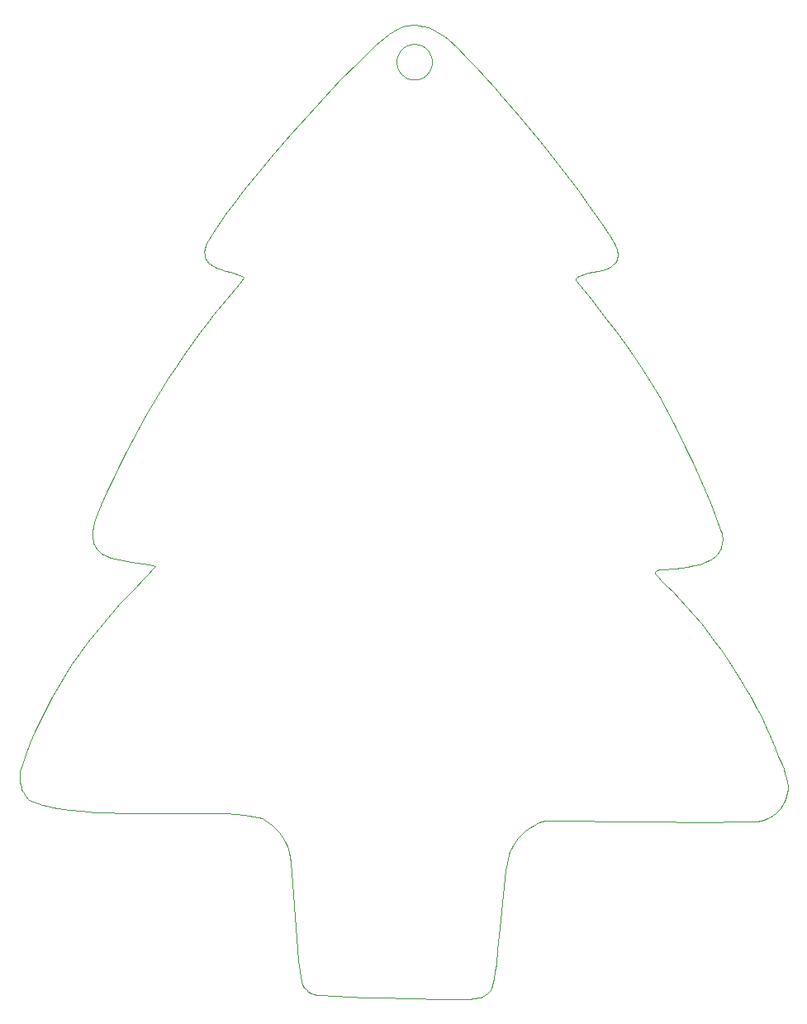
<source format=gbr>
%TF.GenerationSoftware,KiCad,Pcbnew,9.0.6*%
%TF.CreationDate,2025-11-21T14:44:11+01:00*%
%TF.ProjectId,BL_Santa,424c5f53-616e-4746-912e-6b696361645f,rev?*%
%TF.SameCoordinates,Original*%
%TF.FileFunction,Profile,NP*%
%FSLAX46Y46*%
G04 Gerber Fmt 4.6, Leading zero omitted, Abs format (unit mm)*
G04 Created by KiCad (PCBNEW 9.0.6) date 2025-11-21 14:44:11*
%MOMM*%
%LPD*%
G01*
G04 APERTURE LIST*
%TA.AperFunction,Profile*%
%ADD10C,0.100000*%
%TD*%
G04 APERTURE END LIST*
D10*
X175467913Y-99927777D02*
X175575333Y-99737277D01*
X175344882Y-100108751D02*
X175467913Y-99927777D01*
X175575333Y-99737277D02*
X175665292Y-99538310D01*
X175665292Y-99538310D02*
X175737523Y-99331936D01*
X174112454Y-100966000D02*
X174409051Y-100837942D01*
X169689949Y-101717945D02*
X170959154Y-101636718D01*
X175205446Y-100277291D02*
X175344882Y-100108751D01*
X175051459Y-100432336D02*
X175205446Y-100277291D01*
X168993302Y-101911091D02*
X169076117Y-101840447D01*
X168953085Y-102005282D02*
X168993302Y-101911091D01*
X169076117Y-101840447D02*
X169188564Y-101790176D01*
X172243704Y-101476645D02*
X172880026Y-101349381D01*
X172880026Y-101349381D02*
X173504178Y-101181106D01*
X174700093Y-100695861D02*
X174882390Y-100572301D01*
X174882390Y-100572301D02*
X175051459Y-100432336D01*
X169188564Y-101790176D02*
X169318475Y-101756310D01*
X169318475Y-101756310D02*
X169453676Y-101734878D01*
X174409051Y-100837942D02*
X174700093Y-100695861D01*
X169453676Y-101734878D02*
X169689949Y-101717945D01*
X170959154Y-101636718D02*
X171602620Y-101570043D01*
X173504178Y-101181106D02*
X174112454Y-100966000D01*
X171602620Y-101570043D02*
X172243704Y-101476645D01*
X156157587Y-128132854D02*
X156440162Y-127959816D01*
X157030711Y-127661631D02*
X157336304Y-127537542D01*
X157336304Y-127537542D02*
X157647189Y-127431179D01*
X159029635Y-127452346D02*
X159721520Y-127466634D01*
X159721520Y-127466634D02*
X160413934Y-127470338D01*
X157647189Y-127431179D02*
X159029635Y-127452346D01*
X160413934Y-127470338D02*
X165156849Y-127538600D01*
X165156849Y-127538600D02*
X169900293Y-127595485D01*
X169900293Y-127595485D02*
X172271750Y-127607921D01*
X172271750Y-127607921D02*
X174643207Y-127603158D01*
X156440162Y-127959816D02*
X156731732Y-127802125D01*
X156731732Y-127802125D02*
X157030711Y-127661631D01*
X180722266Y-127097276D02*
X181018335Y-126906511D01*
X182094923Y-122159628D02*
X181929559Y-121712482D01*
X182492856Y-124587971D02*
X182531485Y-124238456D01*
X181235557Y-119937924D02*
X180784443Y-118890440D01*
X181294295Y-126687437D02*
X181549617Y-126443491D01*
X180079594Y-127383025D02*
X180408736Y-127256819D01*
X182304737Y-125262657D02*
X182415862Y-124930341D01*
X175720060Y-109984576D02*
X175049342Y-109063298D01*
X181983798Y-125888661D02*
X182159481Y-125583067D01*
X177014136Y-127576700D02*
X179385064Y-127524048D01*
X182530427Y-123884444D02*
X182487564Y-123529109D01*
X182415862Y-124930341D02*
X182492856Y-124587971D01*
X180784443Y-118890440D02*
X180310575Y-117853275D01*
X182531485Y-124238456D02*
X182530427Y-123884444D01*
X182159481Y-125583067D02*
X182304737Y-125262657D01*
X181929559Y-121712482D02*
X181580574Y-120824806D01*
X178753504Y-114807660D02*
X178190207Y-113816532D01*
X178190207Y-113816532D02*
X177604685Y-112837575D01*
X176997996Y-111872905D02*
X176369612Y-110921465D01*
X181549617Y-126443491D02*
X181779540Y-126175733D01*
X174643207Y-127603158D02*
X177014136Y-127576700D01*
X182377498Y-123066618D02*
X182245735Y-122610742D01*
X179385064Y-127524048D02*
X179738018Y-127472984D01*
X180408736Y-127256819D02*
X180722266Y-127097276D01*
X181018335Y-126906511D02*
X181294295Y-126687437D01*
X179738018Y-127472984D02*
X180079594Y-127383025D01*
X181779540Y-126175733D02*
X181983798Y-125888661D01*
X182487564Y-123529109D02*
X182377498Y-123066618D01*
X182245735Y-122610742D02*
X182094923Y-122159628D01*
X181580574Y-120824806D02*
X181235557Y-119937924D01*
X180310575Y-117853275D02*
X179813424Y-116826693D01*
X179813424Y-116826693D02*
X179294577Y-115811223D01*
X179294577Y-115811223D02*
X178753504Y-114807660D01*
X177604685Y-112837575D02*
X176997996Y-111872905D01*
X176369612Y-110921465D02*
X175720060Y-109984576D01*
X175049342Y-109063298D02*
X174357987Y-108157366D01*
X172912041Y-106394185D02*
X172158508Y-105538259D01*
X172158508Y-105538259D02*
X171384339Y-104700325D01*
X171384339Y-104700325D02*
X170778708Y-104057388D01*
X170778708Y-104057388D02*
X170151911Y-103432443D01*
X170151911Y-103432443D02*
X169536491Y-102798502D01*
X169536491Y-102798502D02*
X169243862Y-102468303D01*
X169243862Y-102468303D02*
X168967108Y-102125668D01*
X174357987Y-108157366D02*
X173645200Y-107267574D01*
X173645200Y-107267574D02*
X172912041Y-106394185D01*
X168967108Y-102125668D02*
X168953085Y-102005282D01*
X131224079Y-130120401D02*
X131403995Y-130648509D01*
X130993098Y-129609227D02*
X131224079Y-130120401D01*
X133678351Y-145148715D02*
X133976007Y-145261957D01*
X136152996Y-145431025D02*
X137694456Y-145511194D01*
X140781081Y-145606179D02*
X143869294Y-145660948D01*
X130713169Y-129120806D02*
X130993098Y-129609227D01*
X131500568Y-131190110D02*
X131576503Y-131734093D01*
X131576503Y-131734093D02*
X131686041Y-132828673D01*
X132954187Y-144540175D02*
X133161091Y-144783062D01*
X134289008Y-145320959D02*
X134450404Y-145329161D01*
X133404507Y-144988114D02*
X133678351Y-145148715D01*
X132511804Y-142853987D02*
X132678756Y-143963913D01*
X132176578Y-139504102D02*
X132267065Y-140623023D01*
X132025236Y-137263084D02*
X132176578Y-139504102D01*
X132267065Y-140623023D02*
X132376602Y-141740357D01*
X131869132Y-135022859D02*
X132025236Y-137263084D01*
X134450404Y-145329161D02*
X134612593Y-145320959D01*
X137694456Y-145511194D02*
X139237504Y-145566757D01*
X129815968Y-128040779D02*
X130016522Y-128237628D01*
X133976007Y-145261957D02*
X134289008Y-145320959D01*
X129605625Y-127855306D02*
X129815968Y-128040779D01*
X133161091Y-144783062D02*
X133404507Y-144988114D01*
X130016522Y-128237628D02*
X130386409Y-128661490D01*
X130386409Y-128661490D02*
X130713169Y-129120806D01*
X131403995Y-130648509D02*
X131500568Y-131190110D01*
X132376602Y-141740357D02*
X132511804Y-142853987D01*
X131686041Y-132828673D02*
X131770972Y-133926692D01*
X131770972Y-133926692D02*
X131869132Y-135022859D01*
X132678756Y-143963913D02*
X132790939Y-144266067D01*
X132790939Y-144266067D02*
X132954187Y-144540175D01*
X134612593Y-145320959D02*
X136152996Y-145431025D01*
X139237504Y-145566757D02*
X140781081Y-145606179D01*
X152367965Y-144002013D02*
X152407917Y-143671813D01*
X146957507Y-145728152D02*
X148929444Y-145749319D01*
X154032985Y-130611202D02*
X154172156Y-130310372D01*
X153088953Y-137605190D02*
X153245057Y-135924029D01*
X154699735Y-129472702D02*
X154909020Y-129216586D01*
X152929674Y-139122838D02*
X153088953Y-137605190D01*
X154330112Y-130020124D02*
X154506324Y-129740989D01*
X151493253Y-145349799D02*
X151746988Y-145143159D01*
X150404230Y-145685290D02*
X150892121Y-145624171D01*
X152278536Y-144320041D02*
X152367965Y-144002013D01*
X152407917Y-143671813D02*
X152532271Y-142919074D01*
X152532271Y-142919074D02*
X152634135Y-142162896D01*
X153245057Y-135924029D02*
X153395340Y-134246044D01*
X151964476Y-144897097D02*
X152142805Y-144621137D01*
X149914487Y-145722861D02*
X150404230Y-145685290D01*
X148929444Y-145749319D02*
X149422627Y-145743233D01*
X153486886Y-133409432D02*
X153598540Y-132576525D01*
X149422627Y-145743233D02*
X149914487Y-145722861D01*
X152793414Y-140644190D02*
X152929674Y-139122838D01*
X153598540Y-132576525D02*
X153738505Y-131746528D01*
X151052987Y-145575223D02*
X151207504Y-145513046D01*
X150892121Y-145624171D02*
X151052987Y-145575223D01*
X152634135Y-142162896D02*
X152793414Y-140644190D01*
X153914188Y-130921294D02*
X154032985Y-130611202D01*
X151207504Y-145513046D02*
X151493253Y-145349799D01*
X151746988Y-145143159D02*
X151964476Y-144897097D01*
X143869294Y-145660948D02*
X146957507Y-145728152D01*
X152142805Y-144621137D02*
X152278536Y-144320041D01*
X153395340Y-134246044D02*
X153486886Y-133409432D01*
X153738505Y-131746528D02*
X153914188Y-130921294D01*
X154172156Y-130310372D02*
X154330112Y-130020124D01*
X154506324Y-129740989D02*
X154699735Y-129472702D01*
X154909020Y-129216586D02*
X155132857Y-128972640D01*
X155132857Y-128972640D02*
X155370982Y-128741659D01*
X155370982Y-128741659D02*
X155621542Y-128524436D01*
X155621542Y-128524436D02*
X155884008Y-128321501D01*
X155884008Y-128321501D02*
X156157587Y-128132854D01*
X144614095Y-51502155D02*
X144524666Y-51518136D01*
X145801015Y-50664750D02*
X145753919Y-50738437D01*
X144062440Y-51529699D02*
X143971688Y-51518136D01*
X144154779Y-51536710D02*
X144062440Y-51529699D01*
X145884887Y-50510419D02*
X145844935Y-50588709D01*
X145753919Y-50738437D02*
X145703383Y-50809609D01*
X145113628Y-51319858D02*
X145035311Y-51359969D01*
X145532198Y-51007174D02*
X145468963Y-51067287D01*
X145953944Y-50347515D02*
X145921400Y-50429986D01*
X145468963Y-51067287D02*
X145403082Y-51124384D01*
X144954878Y-51396349D02*
X144872593Y-51428866D01*
X145592259Y-50944097D02*
X145532198Y-51007174D01*
X144872593Y-51428866D02*
X144788191Y-51457415D01*
X145035311Y-51359969D02*
X144954878Y-51396349D01*
X145189828Y-51276149D02*
X145113628Y-51319858D01*
X145982519Y-50263166D02*
X145953944Y-50347515D01*
X144788191Y-51457415D02*
X144701937Y-51481888D01*
X144701937Y-51481888D02*
X144614095Y-51502155D01*
X146006860Y-50176992D02*
X145982519Y-50263166D01*
X145921400Y-50429986D02*
X145884887Y-50510419D01*
X145844935Y-50588709D02*
X145801015Y-50664750D01*
X145649409Y-50878216D02*
X145592259Y-50944097D01*
X145703383Y-50809609D02*
X145649409Y-50878216D01*
X144524666Y-51518136D02*
X144433914Y-51529699D01*
X144433914Y-51529699D02*
X144341575Y-51536710D01*
X145403082Y-51124384D02*
X145334555Y-51178279D01*
X145334555Y-51178279D02*
X145263382Y-51228894D01*
X145263382Y-51228894D02*
X145189828Y-51276149D01*
X144341575Y-51536710D02*
X144248177Y-51539091D01*
X144248177Y-51539091D02*
X144154779Y-51536710D01*
X142651419Y-50588709D02*
X142611467Y-50510419D01*
X142792970Y-50809609D02*
X142742435Y-50738437D01*
X143382726Y-51319858D02*
X143306526Y-51276149D01*
X143306526Y-51276149D02*
X143232972Y-51228894D01*
X142964156Y-51007174D02*
X142904095Y-50944097D01*
X143461043Y-51359969D02*
X143382726Y-51319858D01*
X142452188Y-49454971D02*
X142467533Y-49367209D01*
X143882259Y-51502155D02*
X143794417Y-51481888D01*
X142846945Y-50878216D02*
X142792970Y-50809609D01*
X142542410Y-50347515D02*
X142513835Y-50263166D01*
X142489494Y-50176992D02*
X142469121Y-50089124D01*
X143794417Y-51481888D02*
X143708163Y-51457415D01*
X142904095Y-50944097D02*
X142846945Y-50878216D01*
X142441075Y-49543659D02*
X142452188Y-49454971D01*
X142467533Y-49367209D02*
X142486848Y-49280479D01*
X142441604Y-49908837D02*
X142434725Y-49816629D01*
X143161799Y-51178279D02*
X143093008Y-51124384D01*
X142695075Y-50664750D02*
X142651419Y-50588709D01*
X143623761Y-51428866D02*
X143541476Y-51396349D01*
X143232972Y-51228894D02*
X143161799Y-51178279D01*
X142742435Y-50738437D02*
X142695075Y-50664750D01*
X143027126Y-51067287D02*
X142964156Y-51007174D01*
X142574954Y-50429986D02*
X142542410Y-50347515D01*
X143971688Y-51518136D02*
X143882259Y-51502155D01*
X143541476Y-51396349D02*
X143461043Y-51359969D01*
X143708163Y-51457415D02*
X143623761Y-51428866D01*
X142611467Y-50510419D02*
X142574954Y-50429986D01*
X143093008Y-51124384D02*
X143027126Y-51067287D01*
X142469121Y-50089124D02*
X142453246Y-49999721D01*
X142453246Y-49999721D02*
X142441604Y-49908837D01*
X142513835Y-50263166D02*
X142489494Y-50176992D01*
X142434725Y-49816629D02*
X142432344Y-49723179D01*
X142432344Y-49723179D02*
X142434461Y-49633115D01*
X142434461Y-49633115D02*
X142441075Y-49543659D01*
X142963891Y-48438866D02*
X143029243Y-48376742D01*
X143097241Y-48318190D02*
X143167620Y-48263263D01*
X143635932Y-48013179D02*
X143720069Y-47985318D01*
X143553117Y-48045088D02*
X143635932Y-48013179D01*
X142646127Y-48867914D02*
X142689783Y-48790656D01*
X142570456Y-49028119D02*
X142606175Y-48947130D01*
X143472155Y-48080991D02*
X143553117Y-48045088D01*
X143805530Y-47961585D02*
X143892313Y-47942006D01*
X142606175Y-48947130D02*
X142646127Y-48867914D01*
X143892313Y-47942006D02*
X143979890Y-47926687D01*
X142510660Y-49194965D02*
X142538442Y-49110801D01*
X142486848Y-49280479D02*
X142510660Y-49194965D01*
X142788473Y-48642595D02*
X142843241Y-48572084D01*
X142843241Y-48572084D02*
X142901979Y-48504139D01*
X143029243Y-48376742D02*
X143097241Y-48318190D01*
X144068525Y-47915654D02*
X144158219Y-47908986D01*
X144158219Y-47908986D02*
X144248177Y-47906764D01*
X144248177Y-47906764D02*
X144248177Y-47906764D01*
X143240645Y-48212013D02*
X143315786Y-48164520D01*
X143167620Y-48263263D02*
X143240645Y-48212013D01*
X142538442Y-49110801D02*
X142570456Y-49028119D01*
X142689783Y-48790656D02*
X142737143Y-48715514D01*
X142737143Y-48715514D02*
X142788473Y-48642595D01*
X143315786Y-48164520D02*
X143393045Y-48120811D01*
X142901979Y-48504139D02*
X142963891Y-48438866D01*
X143393045Y-48120811D02*
X143472155Y-48080991D01*
X143720069Y-47985318D02*
X143805530Y-47961585D01*
X143979890Y-47926687D02*
X144068525Y-47915654D01*
X175811077Y-98255083D02*
X175763452Y-98041564D01*
X160819804Y-72075389D02*
X160764771Y-72024589D01*
X160759744Y-71969291D02*
X160792287Y-71912141D01*
X172173590Y-89453465D02*
X170882689Y-86793876D01*
X164934070Y-77363345D02*
X163958023Y-76102077D01*
X161133864Y-71690420D02*
X161356643Y-71583794D01*
X174582089Y-94854927D02*
X174017204Y-93488885D01*
X169364247Y-83988238D02*
X168545892Y-82619815D01*
X175791498Y-99120798D02*
X175826423Y-98905692D01*
X167691025Y-81273088D02*
X166802819Y-79948850D01*
X172807001Y-90790403D02*
X172173590Y-89453465D01*
X175601262Y-97630402D02*
X175112313Y-96234462D01*
X166802819Y-79948850D02*
X165882864Y-78646043D01*
X175826423Y-98905692D02*
X175841504Y-98688734D01*
X173423480Y-92135013D02*
X172807001Y-90790403D01*
X175763452Y-98041564D02*
X175693602Y-97832808D01*
X174017204Y-93488885D02*
X173423480Y-92135013D01*
X175693602Y-97832808D02*
X175601262Y-97630402D01*
X170882689Y-86793876D02*
X170143709Y-85379416D01*
X170143709Y-85379416D02*
X169364247Y-83988238D01*
X175841504Y-98688734D02*
X175836741Y-98470983D01*
X175836741Y-98470983D02*
X175811077Y-98255083D01*
X168545892Y-82619815D02*
X167691025Y-81273088D01*
X165882864Y-78646043D02*
X164934070Y-77363345D01*
X175737523Y-99331936D02*
X175791498Y-99120798D01*
X175112313Y-96234462D02*
X174582089Y-94854927D01*
X163958023Y-76102077D02*
X162396190Y-74080928D01*
X162396190Y-74080928D02*
X161612495Y-73073131D01*
X161612495Y-73073131D02*
X160819804Y-72075389D01*
X160764771Y-72024589D02*
X160759744Y-71969291D01*
X160792287Y-71912141D02*
X160851819Y-71855256D01*
X160851819Y-71855256D02*
X161006335Y-71754450D01*
X161006335Y-71754450D02*
X161133864Y-71690420D01*
X164822416Y-70327024D02*
X164924809Y-70161131D01*
X165082501Y-69642548D02*
X165091232Y-69464748D01*
X164544603Y-67909265D02*
X164351193Y-67607905D01*
X164729018Y-68233644D02*
X164544603Y-67909265D01*
X163778107Y-70980280D02*
X164006971Y-70892967D01*
X165081442Y-69285890D02*
X165053926Y-69106503D01*
X162176056Y-64438730D02*
X161041789Y-62887215D01*
X163280955Y-66011146D02*
X162176056Y-64438730D01*
X159881857Y-61354565D02*
X158700494Y-59838372D01*
X164351193Y-67607905D02*
X163280955Y-66011146D01*
X164437447Y-70659870D02*
X164636414Y-70507999D01*
X158700494Y-59838372D02*
X157501139Y-58335620D01*
X157501139Y-58335620D02*
X155067505Y-55360622D01*
X165053926Y-69106503D02*
X165012122Y-68928174D01*
X155067505Y-55360622D02*
X153300355Y-53297192D01*
X161587624Y-71495423D02*
X162067048Y-71361279D01*
X163542628Y-71052775D02*
X163778107Y-70980280D01*
X162067048Y-71361279D02*
X162561289Y-71260473D01*
X165000745Y-69991798D02*
X165053132Y-69818231D01*
X164636414Y-70507999D02*
X164822416Y-70327024D01*
X162561289Y-71260473D02*
X163056853Y-71166282D01*
X164006971Y-70892967D02*
X164227104Y-70787134D01*
X163056853Y-71166282D02*
X163542628Y-71052775D01*
X164227104Y-70787134D02*
X164437447Y-70659870D01*
X164924809Y-70161131D02*
X165000745Y-69991798D01*
X165053132Y-69818231D02*
X165082501Y-69642548D01*
X165091232Y-69464748D02*
X165081442Y-69285890D01*
X161356643Y-71583794D02*
X161587624Y-71495423D01*
X165012122Y-68928174D02*
X164889620Y-68575220D01*
X164889620Y-68575220D02*
X164729018Y-68233644D01*
X161041789Y-62887215D02*
X159881857Y-61354565D01*
X152402625Y-52276563D02*
X151491666Y-51267841D01*
X144729189Y-45988087D02*
X144492652Y-45968958D01*
X144860422Y-48013179D02*
X144943237Y-48045088D01*
X144604041Y-47942006D02*
X144690824Y-47961585D01*
X144516464Y-47926687D02*
X144604041Y-47942006D01*
X144943237Y-48045088D02*
X145024199Y-48080991D01*
X144427564Y-47915654D02*
X144516464Y-47926687D01*
X145707881Y-48642595D02*
X145759210Y-48715514D01*
X144248177Y-47906764D02*
X144338135Y-47908986D01*
X150565096Y-50273591D02*
X149620270Y-49296909D01*
X153300355Y-53297192D02*
X152402625Y-52276563D01*
X147666589Y-47409189D02*
X147299613Y-47113597D01*
X149620270Y-49296909D02*
X148655071Y-48341421D01*
X144338135Y-47908986D02*
X144427564Y-47915654D01*
X144776285Y-47985318D02*
X144860422Y-48013179D01*
X147299613Y-47113597D02*
X146912528Y-46838139D01*
X145255709Y-48212013D02*
X145328734Y-48263263D01*
X145328734Y-48263263D02*
X145399113Y-48318190D01*
X146506922Y-46590093D02*
X146084648Y-46375119D01*
X144492652Y-45968958D02*
X144253204Y-45965280D01*
X145399113Y-48318190D02*
X145467111Y-48376742D01*
X145532463Y-48438866D02*
X145594375Y-48504139D01*
X145194326Y-46067647D02*
X144729189Y-45988087D01*
X146084648Y-46375119D02*
X145646498Y-46198907D01*
X145646498Y-46198907D02*
X145194326Y-46067647D01*
X146912528Y-46838139D02*
X146506922Y-46590093D01*
X151491666Y-51267841D02*
X150565096Y-50273591D01*
X148655071Y-48341421D02*
X147666589Y-47409189D01*
X144690824Y-47961585D02*
X144776285Y-47985318D01*
X145024199Y-48080991D02*
X145103309Y-48120811D01*
X145594375Y-48504139D02*
X145652848Y-48572084D01*
X145180567Y-48164520D02*
X145255709Y-48212013D01*
X145103309Y-48120811D02*
X145180567Y-48164520D01*
X145652848Y-48572084D02*
X145707881Y-48642595D01*
X145467111Y-48376742D02*
X145532463Y-48438866D01*
X145806571Y-48790656D02*
X145850227Y-48867914D01*
X145850227Y-48867914D02*
X145890179Y-48947130D01*
X145985694Y-49194965D02*
X146009506Y-49280479D01*
X146009506Y-49280479D02*
X146028821Y-49367209D01*
X146028821Y-49367209D02*
X146044166Y-49454971D01*
X145759210Y-48715514D02*
X145806571Y-48790656D01*
X145890179Y-48947130D02*
X145925898Y-49028119D01*
X146044166Y-49454971D02*
X146055279Y-49543659D01*
X146055279Y-49543659D02*
X146061893Y-49633115D01*
X145957912Y-49110801D02*
X145985694Y-49194965D01*
X146061629Y-49816629D02*
X146054750Y-49908837D01*
X146054750Y-49908837D02*
X146043108Y-49999721D01*
X146043108Y-49999721D02*
X146027233Y-50089124D01*
X146064010Y-49723179D02*
X146061629Y-49816629D01*
X146027233Y-50089124D02*
X146006860Y-50176992D01*
X145925898Y-49028119D02*
X145957912Y-49110801D01*
X146061893Y-49633115D02*
X146064010Y-49723179D01*
X143676149Y-45995786D02*
X143397543Y-46046930D01*
X142860704Y-46210760D02*
X142601677Y-46320297D01*
X142601677Y-46320297D02*
X142349000Y-46445366D01*
X142349000Y-46445366D02*
X142102144Y-46585410D01*
X142102144Y-46585410D02*
X141625630Y-46900634D01*
X143397543Y-46046930D02*
X143125816Y-46118765D01*
X143125816Y-46118765D02*
X142860704Y-46210760D01*
X141625630Y-46900634D02*
X141171341Y-47251497D01*
X140321765Y-48004950D02*
X139401546Y-48873629D01*
X138492968Y-49754188D02*
X136707032Y-51545812D01*
X134960785Y-53376700D02*
X133251314Y-55241719D01*
X133251314Y-55241719D02*
X131574122Y-57136689D01*
X131574122Y-57136689D02*
X129926564Y-59058011D01*
X129926564Y-59058011D02*
X128304935Y-61000526D01*
X141171341Y-47251497D02*
X140736631Y-47624083D01*
X139401546Y-48873629D02*
X138492968Y-49754188D01*
X128304935Y-61000526D02*
X126705530Y-62960504D01*
X140736631Y-47624083D02*
X140321765Y-48004950D01*
X126705530Y-62960504D02*
X125765467Y-64188963D01*
X124834929Y-65426683D02*
X124383815Y-66054538D01*
X124383815Y-66054538D02*
X123946459Y-66692183D01*
X123527359Y-67341734D02*
X123131543Y-68005308D01*
X123131543Y-68005308D02*
X122983906Y-68273860D01*
X122983906Y-68273860D02*
X122864579Y-68564901D01*
X122864579Y-68564901D02*
X122780177Y-68868643D01*
X136707032Y-51545812D02*
X134960785Y-53376700D01*
X125765467Y-64188963D02*
X124834929Y-65426683D01*
X123946459Y-66692183D02*
X123527359Y-67341734D01*
X122748692Y-69483269D02*
X122775150Y-69631965D01*
X123978738Y-70844284D02*
X124441229Y-71013353D01*
X125887969Y-71408640D02*
X126121596Y-71491454D01*
X125896436Y-72947983D02*
X124985741Y-74041505D01*
X123045289Y-70178858D02*
X123158531Y-70298185D01*
X122775150Y-69631965D02*
X122816954Y-69777221D01*
X123346649Y-70468047D02*
X123547203Y-70613832D01*
X124921712Y-71147232D02*
X125408544Y-71270792D01*
X126348608Y-71586969D02*
X126567683Y-71699152D01*
X126777497Y-71830385D02*
X126342258Y-72393682D01*
X119780864Y-80989455D02*
X118983146Y-82211034D01*
X118206860Y-83447166D02*
X117452534Y-84696262D01*
X114642662Y-89813827D02*
X113990994Y-91120602D01*
X113360228Y-92436903D02*
X112748248Y-93761670D01*
X112156111Y-95095433D02*
X111582495Y-96437133D01*
X122951362Y-70051593D02*
X123045289Y-70178858D01*
X122780177Y-68868643D02*
X122738902Y-69177147D01*
X123547203Y-70613832D02*
X123758340Y-70738451D01*
X123758340Y-70738451D02*
X123978738Y-70844284D01*
X124441229Y-71013353D02*
X124921712Y-71147232D01*
X126121596Y-71491454D02*
X126348608Y-71586969D01*
X126567683Y-71699152D02*
X126777497Y-71830385D01*
X122816954Y-69777221D02*
X122875427Y-69917185D01*
X124985741Y-74041505D02*
X124074252Y-75135027D01*
X122875427Y-69917185D02*
X122951362Y-70051593D01*
X123192662Y-76252361D02*
X122305780Y-77412822D01*
X122738902Y-69177147D02*
X122748692Y-69483269D01*
X126342258Y-72393682D02*
X125896436Y-72947983D01*
X123158531Y-70298185D02*
X123346649Y-70468047D01*
X125408544Y-71270792D02*
X125887969Y-71408640D01*
X122305780Y-77412822D02*
X121441916Y-78589687D01*
X121441916Y-78589687D02*
X120600013Y-79781898D01*
X118983146Y-82211034D02*
X118206860Y-83447166D01*
X117452534Y-84696262D02*
X116719110Y-85958059D01*
X123627636Y-75689593D02*
X123192662Y-76252361D01*
X120600013Y-79781898D02*
X119780864Y-80989455D01*
X124074252Y-75135027D02*
X123627636Y-75689593D01*
X116719110Y-85958059D02*
X116006058Y-87232026D01*
X116006058Y-87232026D02*
X115314438Y-88517635D01*
X115314438Y-88517635D02*
X114642662Y-89813827D01*
X113990994Y-91120602D02*
X113360228Y-92436903D01*
X112748248Y-93761670D02*
X112156111Y-95095433D01*
X111285898Y-98537657D02*
X111327702Y-98768109D01*
X111262614Y-98302708D02*
X111285898Y-98537657D01*
X111256000Y-98063789D02*
X111262614Y-98302708D01*
X111388820Y-98993005D02*
X111470841Y-99209434D01*
X111582495Y-96437133D02*
X111435122Y-96879516D01*
X111265260Y-97824077D02*
X111256000Y-98063789D01*
X111470841Y-99209434D02*
X111574293Y-99417131D01*
X111435122Y-96879516D02*
X111326114Y-97345976D01*
X111574293Y-99417131D02*
X111701293Y-99614775D01*
X111326114Y-97345976D02*
X111265260Y-97824077D01*
X111701293Y-99614775D02*
X111852634Y-99799718D01*
X111852634Y-99799718D02*
X112029376Y-99971168D01*
X112380478Y-100210880D02*
X112755921Y-100391855D01*
X111327702Y-98768109D02*
X111388820Y-98993005D01*
X112029376Y-99971168D02*
X112201090Y-100098962D01*
X112201090Y-100098962D02*
X112380478Y-100210880D01*
X112755921Y-100391855D02*
X113151472Y-100527322D01*
X113151472Y-100527322D02*
X113560782Y-100629451D01*
X113560782Y-100629451D02*
X114396865Y-100783967D01*
X114396865Y-100783967D02*
X114812789Y-100862019D01*
X114812789Y-100862019D02*
X115219982Y-100956740D01*
X115219982Y-100956740D02*
X115839107Y-101059927D01*
X109937054Y-110332238D02*
X109191988Y-111413854D01*
X116459818Y-101152002D02*
X117079736Y-101249633D01*
X103819656Y-123325910D02*
X103848073Y-123552657D01*
X104870236Y-119501362D02*
X104394304Y-120725059D01*
X103949884Y-123998215D02*
X104023253Y-124213586D01*
X104112153Y-124422871D02*
X104216002Y-124625541D01*
X105933225Y-117102917D02*
X105383395Y-118294070D01*
X114067194Y-105235047D02*
X113191160Y-106211623D01*
X117054072Y-102129636D02*
X116365098Y-102852212D01*
X110711223Y-109270996D02*
X109937054Y-110332238D01*
X109191988Y-111413854D02*
X108476291Y-112514519D01*
X107138321Y-114773000D02*
X106518721Y-115929492D01*
X108476291Y-112514519D02*
X107791550Y-113634499D01*
X112338938Y-107210159D02*
X111512116Y-108230127D01*
X117383213Y-101754987D02*
X117054072Y-102129636D01*
X117079736Y-101249633D02*
X117696215Y-101367902D01*
X104394304Y-120725059D02*
X103958139Y-121964101D01*
X117696215Y-101367902D02*
X117383213Y-101754987D01*
X107791550Y-113634499D02*
X107138321Y-114773000D01*
X103807777Y-122866858D02*
X103819656Y-123325910D01*
X115658661Y-103561295D02*
X114965189Y-104280432D01*
X116365098Y-102852212D02*
X115658661Y-103561295D01*
X106518721Y-115929492D02*
X105933225Y-117102917D01*
X105383395Y-118294070D02*
X104870236Y-119501362D01*
X114965189Y-104280432D02*
X114067194Y-105235047D01*
X113191160Y-106211623D02*
X112338938Y-107210159D01*
X115839107Y-101059927D02*
X116459818Y-101152002D01*
X111512116Y-108230127D02*
X110711223Y-109270996D01*
X103958139Y-121964101D02*
X103853761Y-122410188D01*
X103853761Y-122410188D02*
X103807777Y-122866858D01*
X103848073Y-123552657D02*
X103891491Y-123777553D01*
X103891491Y-123777553D02*
X103949884Y-123998215D01*
X104023253Y-124213586D02*
X104112153Y-124422871D01*
X105656233Y-125677523D02*
X106134758Y-125823838D01*
X127310632Y-126931382D02*
X127767566Y-127010492D01*
X128671382Y-127240415D02*
X128917709Y-127373765D01*
X104471298Y-125004160D02*
X104621660Y-125178520D01*
X128917709Y-127373765D02*
X129156098Y-127520873D01*
X129385492Y-127681740D02*
X129605625Y-127855306D01*
X125922629Y-126786126D02*
X126850257Y-126870793D01*
X112839794Y-126657010D02*
X114237586Y-126697226D01*
X123813638Y-126696697D02*
X124986270Y-126721039D01*
X115655221Y-126716276D02*
X117079736Y-126720509D01*
X104788586Y-125341238D02*
X105206653Y-125516921D01*
X107729373Y-126180496D02*
X108907297Y-126357766D01*
X119892518Y-126703312D02*
X122564806Y-126689553D01*
X117079736Y-126720509D02*
X119892518Y-126703312D01*
X124986270Y-126721039D02*
X125922629Y-126786126D01*
X110160891Y-126492439D02*
X111476662Y-126590335D01*
X106641196Y-125955600D02*
X107173458Y-126074398D01*
X107173458Y-126074398D02*
X107729373Y-126180496D01*
X108907297Y-126357766D02*
X110160891Y-126492439D01*
X105206653Y-125516921D02*
X105656233Y-125677523D01*
X114237586Y-126697226D02*
X115655221Y-126716276D01*
X104335911Y-124819216D02*
X104471298Y-125004160D01*
X127767566Y-127010492D02*
X128221326Y-127112092D01*
X104621660Y-125178520D02*
X104788586Y-125341238D01*
X106134758Y-125823838D02*
X106641196Y-125955600D01*
X122564806Y-126689553D02*
X123813638Y-126696697D01*
X126850257Y-126870793D02*
X127310632Y-126931382D01*
X104216002Y-124625541D02*
X104335911Y-124819216D01*
X111476662Y-126590335D02*
X112839794Y-126657010D01*
X128221326Y-127112092D02*
X128671382Y-127240415D01*
X129156098Y-127520873D02*
X129385492Y-127681740D01*
X144253204Y-45965280D02*
X143961369Y-45967873D01*
X143961369Y-45967873D02*
X143676149Y-45995786D01*
M02*

</source>
